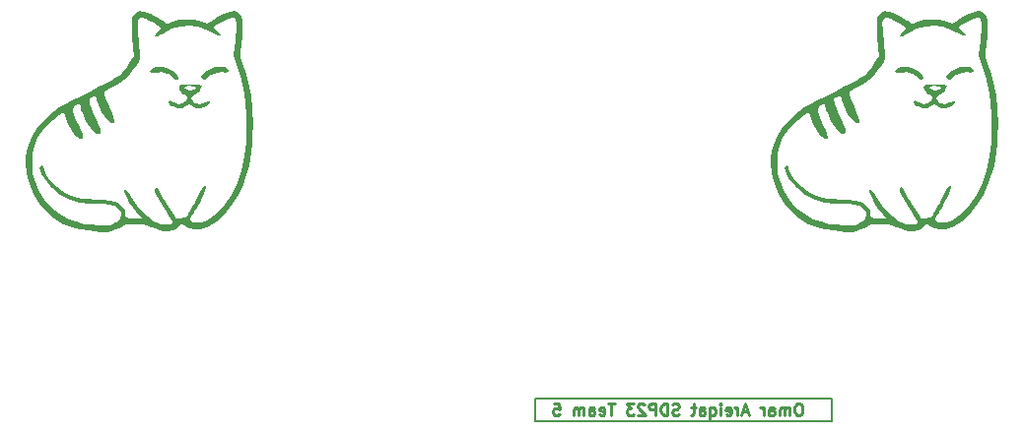
<source format=gbr>
%TF.GenerationSoftware,KiCad,Pcbnew,(6.0.9)*%
%TF.CreationDate,2022-12-14T14:47:06-05:00*%
%TF.ProjectId,Coaster_PCB_CDR,436f6173-7465-4725-9f50-43425f434452,rev?*%
%TF.SameCoordinates,Original*%
%TF.FileFunction,Legend,Bot*%
%TF.FilePolarity,Positive*%
%FSLAX46Y46*%
G04 Gerber Fmt 4.6, Leading zero omitted, Abs format (unit mm)*
G04 Created by KiCad (PCBNEW (6.0.9)) date 2022-12-14 14:47:06*
%MOMM*%
%LPD*%
G01*
G04 APERTURE LIST*
%ADD10C,0.200000*%
%ADD11C,0.250000*%
G04 APERTURE END LIST*
D10*
X153000000Y-155500000D02*
X127500000Y-155500000D01*
X127500000Y-155500000D02*
X127500000Y-153500000D01*
X127500000Y-153500000D02*
X153000000Y-153500000D01*
X153000000Y-153500000D02*
X153000000Y-155500000D01*
D11*
X150226190Y-153952380D02*
X150035714Y-153952380D01*
X149940476Y-154000000D01*
X149845238Y-154095238D01*
X149797619Y-154285714D01*
X149797619Y-154619047D01*
X149845238Y-154809523D01*
X149940476Y-154904761D01*
X150035714Y-154952380D01*
X150226190Y-154952380D01*
X150321428Y-154904761D01*
X150416666Y-154809523D01*
X150464285Y-154619047D01*
X150464285Y-154285714D01*
X150416666Y-154095238D01*
X150321428Y-154000000D01*
X150226190Y-153952380D01*
X149369047Y-154952380D02*
X149369047Y-154285714D01*
X149369047Y-154380952D02*
X149321428Y-154333333D01*
X149226190Y-154285714D01*
X149083333Y-154285714D01*
X148988095Y-154333333D01*
X148940476Y-154428571D01*
X148940476Y-154952380D01*
X148940476Y-154428571D02*
X148892857Y-154333333D01*
X148797619Y-154285714D01*
X148654761Y-154285714D01*
X148559523Y-154333333D01*
X148511904Y-154428571D01*
X148511904Y-154952380D01*
X147607142Y-154952380D02*
X147607142Y-154428571D01*
X147654761Y-154333333D01*
X147750000Y-154285714D01*
X147940476Y-154285714D01*
X148035714Y-154333333D01*
X147607142Y-154904761D02*
X147702380Y-154952380D01*
X147940476Y-154952380D01*
X148035714Y-154904761D01*
X148083333Y-154809523D01*
X148083333Y-154714285D01*
X148035714Y-154619047D01*
X147940476Y-154571428D01*
X147702380Y-154571428D01*
X147607142Y-154523809D01*
X147130952Y-154952380D02*
X147130952Y-154285714D01*
X147130952Y-154476190D02*
X147083333Y-154380952D01*
X147035714Y-154333333D01*
X146940476Y-154285714D01*
X146845238Y-154285714D01*
X145797619Y-154666666D02*
X145321428Y-154666666D01*
X145892857Y-154952380D02*
X145559523Y-153952380D01*
X145226190Y-154952380D01*
X144892857Y-154952380D02*
X144892857Y-154285714D01*
X144892857Y-154476190D02*
X144845238Y-154380952D01*
X144797619Y-154333333D01*
X144702380Y-154285714D01*
X144607142Y-154285714D01*
X143892857Y-154904761D02*
X143988095Y-154952380D01*
X144178571Y-154952380D01*
X144273809Y-154904761D01*
X144321428Y-154809523D01*
X144321428Y-154428571D01*
X144273809Y-154333333D01*
X144178571Y-154285714D01*
X143988095Y-154285714D01*
X143892857Y-154333333D01*
X143845238Y-154428571D01*
X143845238Y-154523809D01*
X144321428Y-154619047D01*
X143416666Y-154952380D02*
X143416666Y-154285714D01*
X143416666Y-153952380D02*
X143464285Y-154000000D01*
X143416666Y-154047619D01*
X143369047Y-154000000D01*
X143416666Y-153952380D01*
X143416666Y-154047619D01*
X142511904Y-154285714D02*
X142511904Y-155285714D01*
X142511904Y-154904761D02*
X142607142Y-154952380D01*
X142797619Y-154952380D01*
X142892857Y-154904761D01*
X142940476Y-154857142D01*
X142988095Y-154761904D01*
X142988095Y-154476190D01*
X142940476Y-154380952D01*
X142892857Y-154333333D01*
X142797619Y-154285714D01*
X142607142Y-154285714D01*
X142511904Y-154333333D01*
X141607142Y-154952380D02*
X141607142Y-154428571D01*
X141654761Y-154333333D01*
X141750000Y-154285714D01*
X141940476Y-154285714D01*
X142035714Y-154333333D01*
X141607142Y-154904761D02*
X141702380Y-154952380D01*
X141940476Y-154952380D01*
X142035714Y-154904761D01*
X142083333Y-154809523D01*
X142083333Y-154714285D01*
X142035714Y-154619047D01*
X141940476Y-154571428D01*
X141702380Y-154571428D01*
X141607142Y-154523809D01*
X141273809Y-154285714D02*
X140892857Y-154285714D01*
X141130952Y-153952380D02*
X141130952Y-154809523D01*
X141083333Y-154904761D01*
X140988095Y-154952380D01*
X140892857Y-154952380D01*
X139845238Y-154904761D02*
X139702380Y-154952380D01*
X139464285Y-154952380D01*
X139369047Y-154904761D01*
X139321428Y-154857142D01*
X139273809Y-154761904D01*
X139273809Y-154666666D01*
X139321428Y-154571428D01*
X139369047Y-154523809D01*
X139464285Y-154476190D01*
X139654761Y-154428571D01*
X139750000Y-154380952D01*
X139797619Y-154333333D01*
X139845238Y-154238095D01*
X139845238Y-154142857D01*
X139797619Y-154047619D01*
X139750000Y-154000000D01*
X139654761Y-153952380D01*
X139416666Y-153952380D01*
X139273809Y-154000000D01*
X138845238Y-154952380D02*
X138845238Y-153952380D01*
X138607142Y-153952380D01*
X138464285Y-154000000D01*
X138369047Y-154095238D01*
X138321428Y-154190476D01*
X138273809Y-154380952D01*
X138273809Y-154523809D01*
X138321428Y-154714285D01*
X138369047Y-154809523D01*
X138464285Y-154904761D01*
X138607142Y-154952380D01*
X138845238Y-154952380D01*
X137845238Y-154952380D02*
X137845238Y-153952380D01*
X137464285Y-153952380D01*
X137369047Y-154000000D01*
X137321428Y-154047619D01*
X137273809Y-154142857D01*
X137273809Y-154285714D01*
X137321428Y-154380952D01*
X137369047Y-154428571D01*
X137464285Y-154476190D01*
X137845238Y-154476190D01*
X136892857Y-154047619D02*
X136845238Y-154000000D01*
X136750000Y-153952380D01*
X136511904Y-153952380D01*
X136416666Y-154000000D01*
X136369047Y-154047619D01*
X136321428Y-154142857D01*
X136321428Y-154238095D01*
X136369047Y-154380952D01*
X136940476Y-154952380D01*
X136321428Y-154952380D01*
X135988095Y-153952380D02*
X135369047Y-153952380D01*
X135702380Y-154333333D01*
X135559523Y-154333333D01*
X135464285Y-154380952D01*
X135416666Y-154428571D01*
X135369047Y-154523809D01*
X135369047Y-154761904D01*
X135416666Y-154857142D01*
X135464285Y-154904761D01*
X135559523Y-154952380D01*
X135845238Y-154952380D01*
X135940476Y-154904761D01*
X135988095Y-154857142D01*
X134321428Y-153952380D02*
X133750000Y-153952380D01*
X134035714Y-154952380D02*
X134035714Y-153952380D01*
X133035714Y-154904761D02*
X133130952Y-154952380D01*
X133321428Y-154952380D01*
X133416666Y-154904761D01*
X133464285Y-154809523D01*
X133464285Y-154428571D01*
X133416666Y-154333333D01*
X133321428Y-154285714D01*
X133130952Y-154285714D01*
X133035714Y-154333333D01*
X132988095Y-154428571D01*
X132988095Y-154523809D01*
X133464285Y-154619047D01*
X132130952Y-154952380D02*
X132130952Y-154428571D01*
X132178571Y-154333333D01*
X132273809Y-154285714D01*
X132464285Y-154285714D01*
X132559523Y-154333333D01*
X132130952Y-154904761D02*
X132226190Y-154952380D01*
X132464285Y-154952380D01*
X132559523Y-154904761D01*
X132607142Y-154809523D01*
X132607142Y-154714285D01*
X132559523Y-154619047D01*
X132464285Y-154571428D01*
X132226190Y-154571428D01*
X132130952Y-154523809D01*
X131654761Y-154952380D02*
X131654761Y-154285714D01*
X131654761Y-154380952D02*
X131607142Y-154333333D01*
X131511904Y-154285714D01*
X131369047Y-154285714D01*
X131273809Y-154333333D01*
X131226190Y-154428571D01*
X131226190Y-154952380D01*
X131226190Y-154428571D02*
X131178571Y-154333333D01*
X131083333Y-154285714D01*
X130940476Y-154285714D01*
X130845238Y-154333333D01*
X130797619Y-154428571D01*
X130797619Y-154952380D01*
X129083333Y-153952380D02*
X129559523Y-153952380D01*
X129607142Y-154428571D01*
X129559523Y-154380952D01*
X129464285Y-154333333D01*
X129226190Y-154333333D01*
X129130952Y-154380952D01*
X129083333Y-154428571D01*
X129035714Y-154523809D01*
X129035714Y-154761904D01*
X129083333Y-154857142D01*
X129130952Y-154904761D01*
X129226190Y-154952380D01*
X129464285Y-154952380D01*
X129559523Y-154904761D01*
X129607142Y-154857142D01*
%TO.C,Qat*%
G36*
X159496088Y-124980018D02*
G01*
X159597181Y-125001120D01*
X159991295Y-125124774D01*
X160340019Y-125294775D01*
X160620014Y-125492055D01*
X160807940Y-125697547D01*
X160880456Y-125892180D01*
X160814222Y-126056889D01*
X160751694Y-126099227D01*
X160590073Y-126091195D01*
X160451747Y-125952247D01*
X160401368Y-125888501D01*
X160219169Y-125742881D01*
X159974980Y-125602096D01*
X159889627Y-125562158D01*
X159641123Y-125473824D01*
X159386111Y-125444857D01*
X159045074Y-125463395D01*
X158781701Y-125478462D01*
X158561731Y-125470896D01*
X158460255Y-125440187D01*
X158435558Y-125380735D01*
X158473961Y-125230469D01*
X158633832Y-125099886D01*
X158880555Y-125004364D01*
X159179512Y-124959282D01*
X159496088Y-124980018D01*
G37*
G36*
X167201011Y-131586402D02*
G01*
X167121999Y-132314299D01*
X167001525Y-133029672D01*
X166833840Y-133784910D01*
X166723211Y-134200282D01*
X166403350Y-135132686D01*
X166007580Y-135997363D01*
X165547533Y-136779811D01*
X165034840Y-137465528D01*
X164481134Y-138040011D01*
X163898045Y-138488758D01*
X163297208Y-138797266D01*
X162690252Y-138951033D01*
X162517802Y-138962961D01*
X162175585Y-138946316D01*
X161858650Y-138886748D01*
X161614903Y-138795021D01*
X161492248Y-138681896D01*
X161386501Y-138595442D01*
X161171532Y-138559333D01*
X161130457Y-138560048D01*
X160924845Y-138610717D01*
X160803354Y-138766723D01*
X160656298Y-138944033D01*
X160372108Y-139076422D01*
X159995079Y-139130388D01*
X159556250Y-139105246D01*
X159086663Y-139000313D01*
X158617358Y-138814904D01*
X158537933Y-138776179D01*
X158312697Y-138676172D01*
X158108050Y-138612713D01*
X157876521Y-138577572D01*
X157570640Y-138562521D01*
X157142935Y-138559333D01*
X157020506Y-138559467D01*
X156634585Y-138564244D01*
X156369946Y-138580582D01*
X156188329Y-138614846D01*
X156051478Y-138673402D01*
X155921134Y-138762615D01*
X155728570Y-138885432D01*
X155273504Y-139069621D01*
X154732333Y-139183223D01*
X154633923Y-139192738D01*
X154214317Y-139195133D01*
X153692950Y-139156995D01*
X153116301Y-139084879D01*
X152530847Y-138985337D01*
X151983065Y-138864924D01*
X151519434Y-138730192D01*
X150964773Y-138500957D01*
X150187624Y-138035910D01*
X149495783Y-137444404D01*
X148901609Y-136744495D01*
X148417464Y-135954239D01*
X148055708Y-135091692D01*
X147828701Y-134174912D01*
X147756186Y-133310000D01*
X148305775Y-133310000D01*
X148305991Y-133333710D01*
X148319652Y-133798989D01*
X148357095Y-134165990D01*
X148428630Y-134502304D01*
X148544566Y-134875521D01*
X148829905Y-135578094D01*
X149302831Y-136386763D01*
X149890387Y-137071317D01*
X150594656Y-137633681D01*
X151417722Y-138075777D01*
X152361667Y-138399528D01*
X152419245Y-138414265D01*
X152906071Y-138511031D01*
X153443795Y-138578193D01*
X153989251Y-138614006D01*
X154499271Y-138616726D01*
X154930688Y-138584607D01*
X155240333Y-138515904D01*
X155291985Y-138495616D01*
X155650152Y-138282700D01*
X155879300Y-138002333D01*
X155960000Y-137677157D01*
X155911517Y-137430432D01*
X155716999Y-137161034D01*
X155389277Y-136950168D01*
X154945095Y-136805009D01*
X154401197Y-136732732D01*
X153774328Y-136740512D01*
X153263600Y-136753631D01*
X152364079Y-136649742D01*
X151506365Y-136387197D01*
X150708384Y-135972290D01*
X149988061Y-135411312D01*
X149851390Y-135275891D01*
X149556290Y-134932500D01*
X149296995Y-134565613D01*
X149094818Y-134210703D01*
X148971074Y-133903244D01*
X148947075Y-133678711D01*
X148990612Y-133578767D01*
X149104088Y-133498763D01*
X149218902Y-133510988D01*
X149271333Y-133625835D01*
X149297499Y-133807293D01*
X149444954Y-134156660D01*
X149700597Y-134543129D01*
X150039479Y-134938791D01*
X150436649Y-135315737D01*
X150867159Y-135646061D01*
X151306058Y-135901853D01*
X151478873Y-135982213D01*
X151841984Y-136126818D01*
X152211649Y-136232282D01*
X152628531Y-136306763D01*
X153133294Y-136358418D01*
X153766601Y-136395402D01*
X154436498Y-136441308D01*
X154990769Y-136518545D01*
X155423595Y-136632041D01*
X155758508Y-136788037D01*
X156019042Y-136992775D01*
X156148194Y-137134572D01*
X156267165Y-137349280D01*
X156298667Y-137608025D01*
X156301787Y-137770914D01*
X156338509Y-137897651D01*
X156453484Y-137958381D01*
X156691484Y-137997492D01*
X156772091Y-138007700D01*
X157114660Y-138038807D01*
X157421934Y-138051333D01*
X157759566Y-138051333D01*
X157428364Y-137691500D01*
X157227693Y-137461378D01*
X156916886Y-137058189D01*
X156639817Y-136644962D01*
X156416783Y-136255298D01*
X156268078Y-135922797D01*
X156214000Y-135681061D01*
X156229972Y-135586414D01*
X156308586Y-135553837D01*
X156436096Y-135644870D01*
X156593695Y-135843934D01*
X156762579Y-136135454D01*
X156928541Y-136430888D01*
X157303831Y-136961860D01*
X157748320Y-137462236D01*
X158229190Y-137900278D01*
X158713623Y-138244249D01*
X159168801Y-138462411D01*
X159389491Y-138515589D01*
X159683228Y-138549723D01*
X159971743Y-138555400D01*
X160201266Y-138531873D01*
X160318030Y-138478393D01*
X160323837Y-138467134D01*
X160313588Y-138295906D01*
X160189698Y-138000327D01*
X159952033Y-137580122D01*
X159600457Y-137035021D01*
X159518963Y-136912868D01*
X159177409Y-136371912D01*
X158944834Y-135946601D01*
X158822854Y-135640175D01*
X158813085Y-135455877D01*
X158867635Y-135367649D01*
X158983067Y-135357423D01*
X159125434Y-135499389D01*
X159284685Y-135786500D01*
X159356514Y-135931394D01*
X159533953Y-136253882D01*
X159755508Y-136629033D01*
X159989391Y-137002022D01*
X160151741Y-137252697D01*
X160346187Y-137554236D01*
X160494804Y-137786238D01*
X160574333Y-137912503D01*
X160581905Y-137924386D01*
X160670527Y-137998476D01*
X160830084Y-138020201D01*
X161107680Y-137997026D01*
X161223275Y-137981610D01*
X161451234Y-137929508D01*
X161587788Y-137839120D01*
X161690185Y-137679211D01*
X161742667Y-137580371D01*
X161882640Y-137328507D01*
X162067215Y-137004591D01*
X162270509Y-136654333D01*
X162391785Y-136442772D01*
X162583091Y-136090314D01*
X162736500Y-135784724D01*
X162826846Y-135574833D01*
X162847784Y-135520935D01*
X162963135Y-135340634D01*
X163092433Y-135251995D01*
X163197794Y-135270088D01*
X163241333Y-135409978D01*
X163239241Y-135433815D01*
X163181609Y-135620602D01*
X163057334Y-135912063D01*
X162882957Y-136274872D01*
X162675023Y-136675701D01*
X162450074Y-137081225D01*
X162224653Y-137458118D01*
X162175505Y-137537400D01*
X161985891Y-137876705D01*
X161908663Y-138109782D01*
X161947408Y-138256838D01*
X162105711Y-138338085D01*
X162387159Y-138373732D01*
X162805877Y-138345923D01*
X163343208Y-138162606D01*
X163891058Y-137812796D01*
X164451531Y-137295393D01*
X164858759Y-136822410D01*
X165432264Y-135969505D01*
X165897943Y-135007417D01*
X166257530Y-133930528D01*
X166512757Y-132733224D01*
X166665357Y-131409888D01*
X166717065Y-129954905D01*
X166706310Y-129229956D01*
X166622295Y-127980969D01*
X166450504Y-126833342D01*
X166185591Y-125755790D01*
X165822211Y-124717026D01*
X165732262Y-124488670D01*
X165653925Y-124247568D01*
X165624230Y-124037693D01*
X165635845Y-123792896D01*
X165681437Y-123447026D01*
X165698443Y-123322157D01*
X165749938Y-122878998D01*
X165798013Y-122382136D01*
X165834102Y-121917394D01*
X165850376Y-121583434D01*
X165843769Y-121169746D01*
X165793325Y-120894730D01*
X165695193Y-120742082D01*
X165545521Y-120695494D01*
X165419649Y-120718518D01*
X165153746Y-120817950D01*
X164828123Y-120974923D01*
X164489354Y-121166391D01*
X164184009Y-121369303D01*
X163814352Y-121641295D01*
X164057009Y-121789260D01*
X164260562Y-121933427D01*
X164415036Y-122076944D01*
X164441037Y-122109511D01*
X164481370Y-122209834D01*
X164382654Y-122273360D01*
X164250100Y-122283560D01*
X164055618Y-122216110D01*
X163351621Y-121834790D01*
X162558271Y-121559688D01*
X161771737Y-121447566D01*
X161000893Y-121498670D01*
X160254617Y-121713244D01*
X159541783Y-122091533D01*
X159322549Y-122227867D01*
X159103684Y-122343536D01*
X158971966Y-122388000D01*
X158881840Y-122378213D01*
X158807716Y-122301888D01*
X158877330Y-122158484D01*
X159087899Y-121958318D01*
X159425179Y-121687272D01*
X159110756Y-121433517D01*
X159006393Y-121354047D01*
X158695316Y-121153559D01*
X158354235Y-120972171D01*
X158025503Y-120829137D01*
X157751475Y-120743711D01*
X157574505Y-120735147D01*
X157561086Y-120739785D01*
X157446106Y-120828879D01*
X157374326Y-121006116D01*
X157343465Y-121290927D01*
X157351242Y-121702745D01*
X157395376Y-122261000D01*
X157432187Y-122638985D01*
X157486222Y-123189954D01*
X157524911Y-123608816D01*
X157547071Y-123919025D01*
X157551517Y-124144039D01*
X157537065Y-124307310D01*
X157502531Y-124432295D01*
X157446732Y-124542448D01*
X157368482Y-124661225D01*
X157266599Y-124812080D01*
X157142674Y-124992784D01*
X156694447Y-125543822D01*
X156180638Y-126052879D01*
X155643218Y-126481208D01*
X155124154Y-126790062D01*
X154503280Y-127085791D01*
X154544244Y-127449223D01*
X154570229Y-127578868D01*
X154664262Y-127877817D01*
X154805980Y-128242662D01*
X154976271Y-128621540D01*
X155139380Y-128968806D01*
X155284257Y-129317113D01*
X155352759Y-129556935D01*
X155350436Y-129709548D01*
X155282841Y-129796226D01*
X155263143Y-129804982D01*
X155106843Y-129781370D01*
X154895520Y-129660968D01*
X154672327Y-129473271D01*
X154480421Y-129247776D01*
X154461961Y-129220546D01*
X154266830Y-128885781D01*
X154071531Y-128482041D01*
X153907486Y-128079244D01*
X153806117Y-127747310D01*
X153747033Y-127476287D01*
X153192519Y-127740717D01*
X153271023Y-128175858D01*
X153307664Y-128324122D01*
X153419833Y-128651474D01*
X153578211Y-129037535D01*
X153761029Y-129426736D01*
X153808213Y-129520922D01*
X154027130Y-129986152D01*
X154156634Y-130327272D01*
X154199832Y-130559078D01*
X154159831Y-130696371D01*
X154039739Y-130753948D01*
X153851048Y-130720861D01*
X153597420Y-130554331D01*
X153326316Y-130272673D01*
X153059779Y-129899310D01*
X152819852Y-129457667D01*
X152773916Y-129357660D01*
X152624926Y-129005803D01*
X152507502Y-128687971D01*
X152443818Y-128462833D01*
X152432140Y-128403207D01*
X152385478Y-128219377D01*
X152348040Y-128145333D01*
X152342941Y-128146024D01*
X152235275Y-128189458D01*
X152051066Y-128279711D01*
X151958910Y-128329946D01*
X151849522Y-128424845D01*
X151814843Y-128565276D01*
X151829469Y-128812292D01*
X151831600Y-128831807D01*
X151904707Y-129141485D01*
X152053586Y-129547293D01*
X152262866Y-130006867D01*
X152465101Y-130434739D01*
X152602410Y-130786091D01*
X152650930Y-131020989D01*
X152613164Y-131152410D01*
X152491613Y-131193333D01*
X152377492Y-131174233D01*
X152123314Y-131024613D01*
X151857250Y-130747033D01*
X151597494Y-130366257D01*
X151362240Y-129907047D01*
X151169685Y-129394167D01*
X151095781Y-129173358D01*
X151018700Y-128981616D01*
X150970371Y-128908147D01*
X150859617Y-128955958D01*
X150650968Y-129099770D01*
X150380128Y-129314182D01*
X150077106Y-129573446D01*
X149771912Y-129851810D01*
X149494555Y-130123525D01*
X149275046Y-130362840D01*
X149180416Y-130478677D01*
X148777151Y-131086952D01*
X148503564Y-131741504D01*
X148349743Y-132472474D01*
X148305775Y-133310000D01*
X147756186Y-133310000D01*
X147748804Y-133221955D01*
X147767067Y-132801507D01*
X147924227Y-131930300D01*
X148232342Y-131089499D01*
X148679309Y-130308126D01*
X149253025Y-129615201D01*
X149519709Y-129357586D01*
X149853705Y-129068943D01*
X150223652Y-128789054D01*
X150649543Y-128505453D01*
X151151376Y-128205675D01*
X151749147Y-127877255D01*
X152462851Y-127507728D01*
X153312485Y-127084629D01*
X153326791Y-127077600D01*
X154037561Y-126725204D01*
X154615382Y-126428746D01*
X155080716Y-126173557D01*
X155454029Y-125944968D01*
X155755786Y-125728311D01*
X156006450Y-125508916D01*
X156226487Y-125272115D01*
X156436360Y-125003239D01*
X156656535Y-124687618D01*
X157076014Y-124066237D01*
X156968261Y-123332952D01*
X156940937Y-123117269D01*
X156898348Y-122645396D01*
X156867863Y-122127031D01*
X156854754Y-121640736D01*
X156849000Y-120681805D01*
X157136492Y-120424417D01*
X157164335Y-120399681D01*
X157360836Y-120251575D01*
X157541366Y-120199914D01*
X157792135Y-120217490D01*
X157985214Y-120256899D01*
X158442578Y-120421023D01*
X158948472Y-120680225D01*
X159459495Y-121013778D01*
X159511612Y-121051717D01*
X159723465Y-121197750D01*
X159864470Y-121258542D01*
X159989727Y-121246941D01*
X160154333Y-121175795D01*
X160381704Y-121083592D01*
X160942845Y-120948031D01*
X161566036Y-120897448D01*
X162190269Y-120938941D01*
X162194947Y-120939639D01*
X162553124Y-121004163D01*
X162886213Y-121082682D01*
X163122667Y-121158358D01*
X163189070Y-121185724D01*
X163336885Y-121231247D01*
X163463599Y-121217216D01*
X163621078Y-121129191D01*
X163861189Y-120952729D01*
X164258993Y-120678437D01*
X164768483Y-120404468D01*
X165235295Y-120241092D01*
X165638046Y-120195240D01*
X165955357Y-120273843D01*
X166041964Y-120327146D01*
X166190626Y-120477457D01*
X166289946Y-120695489D01*
X166345570Y-121006114D01*
X166363146Y-121434204D01*
X166348319Y-122004628D01*
X166321695Y-122467211D01*
X166285279Y-122918945D01*
X166244016Y-123304900D01*
X166202708Y-123573333D01*
X166169808Y-123744881D01*
X166150455Y-123945627D01*
X166172718Y-124136475D01*
X166245000Y-124372588D01*
X166375701Y-124709129D01*
X166612120Y-125350088D01*
X166903897Y-126376424D01*
X167105156Y-127459564D01*
X167221271Y-128631276D01*
X167257616Y-129923333D01*
X167257133Y-129954905D01*
X167244311Y-130793596D01*
X167201011Y-131586402D01*
G37*
G36*
X164859918Y-125006678D02*
G01*
X165069827Y-125129698D01*
X165146333Y-125311500D01*
X165134883Y-125393025D01*
X165070602Y-125444758D01*
X164914787Y-125460144D01*
X164628907Y-125449456D01*
X164146359Y-125476028D01*
X163671887Y-125637843D01*
X163291711Y-125934990D01*
X163152734Y-126071888D01*
X163043732Y-126100618D01*
X162902667Y-126029495D01*
X162878113Y-126011183D01*
X162828403Y-125878858D01*
X162906312Y-125708377D01*
X163086163Y-125519168D01*
X163342281Y-125330657D01*
X163648989Y-125162272D01*
X163980609Y-125033439D01*
X164311465Y-124963587D01*
X164546018Y-124954698D01*
X164859918Y-125006678D01*
G37*
G36*
X162725325Y-127012425D02*
G01*
X162533196Y-127211027D01*
X162292491Y-127364602D01*
X162222149Y-127398974D01*
X162025426Y-127548502D01*
X161987100Y-127723542D01*
X162098439Y-127950457D01*
X162146771Y-128010734D01*
X162397868Y-128167648D01*
X162723471Y-128187544D01*
X163099905Y-128067651D01*
X163120135Y-128057869D01*
X163372286Y-127941956D01*
X163510332Y-127903057D01*
X163568245Y-127940051D01*
X163580000Y-128051819D01*
X163578498Y-128071573D01*
X163475457Y-128228992D01*
X163220167Y-128394989D01*
X162803240Y-128530001D01*
X162380032Y-128509334D01*
X161986451Y-128325431D01*
X161941266Y-128293394D01*
X161792615Y-128202955D01*
X161699196Y-128209555D01*
X161593946Y-128310675D01*
X161482272Y-128405392D01*
X161175621Y-128520258D01*
X160803521Y-128523244D01*
X160410693Y-128410574D01*
X160270170Y-128342952D01*
X160081450Y-128207296D01*
X160024000Y-128065427D01*
X160024081Y-128047443D01*
X160038368Y-127937239D01*
X160101014Y-127903965D01*
X160246044Y-127947891D01*
X160507481Y-128069290D01*
X160523520Y-128076970D01*
X160887925Y-128193126D01*
X161193841Y-128159556D01*
X161465487Y-127973846D01*
X161495160Y-127942842D01*
X161619706Y-127727822D01*
X161578478Y-127542531D01*
X161372641Y-127394237D01*
X161290618Y-127349840D01*
X161096687Y-127176682D01*
X160956558Y-126961222D01*
X160900658Y-126766329D01*
X161397080Y-126766329D01*
X161421708Y-126860876D01*
X161585007Y-126949648D01*
X161860773Y-126994318D01*
X162142754Y-126965709D01*
X162351626Y-126863589D01*
X162384201Y-126807185D01*
X162326020Y-126716487D01*
X162149396Y-126649844D01*
X161886667Y-126623926D01*
X161723391Y-126633415D01*
X161508667Y-126684889D01*
X161397080Y-126766329D01*
X160900658Y-126766329D01*
X160896675Y-126752441D01*
X160943481Y-126599319D01*
X160960193Y-126586971D01*
X161125224Y-126540252D01*
X161401729Y-126509090D01*
X161743043Y-126493653D01*
X162102499Y-126494111D01*
X162433432Y-126510630D01*
X162689176Y-126543381D01*
X162823064Y-126592531D01*
X162853418Y-126640853D01*
X162841399Y-126807185D01*
X162841270Y-126808974D01*
X162725325Y-127012425D01*
G37*
G36*
X95492878Y-124980018D02*
G01*
X95593971Y-125001120D01*
X95988085Y-125124774D01*
X96336809Y-125294775D01*
X96616804Y-125492055D01*
X96804730Y-125697547D01*
X96877246Y-125892180D01*
X96811012Y-126056889D01*
X96748484Y-126099227D01*
X96586863Y-126091195D01*
X96448537Y-125952247D01*
X96398158Y-125888501D01*
X96215959Y-125742881D01*
X95971770Y-125602096D01*
X95886417Y-125562158D01*
X95637913Y-125473824D01*
X95382901Y-125444857D01*
X95041864Y-125463395D01*
X94778491Y-125478462D01*
X94558521Y-125470896D01*
X94457045Y-125440187D01*
X94432348Y-125380735D01*
X94470751Y-125230469D01*
X94630622Y-125099886D01*
X94877345Y-125004364D01*
X95176302Y-124959282D01*
X95492878Y-124980018D01*
G37*
G36*
X100856708Y-125006678D02*
G01*
X101066617Y-125129698D01*
X101143123Y-125311500D01*
X101131673Y-125393025D01*
X101067392Y-125444758D01*
X100911577Y-125460144D01*
X100625697Y-125449456D01*
X100143149Y-125476028D01*
X99668677Y-125637843D01*
X99288501Y-125934990D01*
X99149524Y-126071888D01*
X99040522Y-126100618D01*
X98899457Y-126029495D01*
X98874903Y-126011183D01*
X98825193Y-125878858D01*
X98903102Y-125708377D01*
X99082953Y-125519168D01*
X99339071Y-125330657D01*
X99645779Y-125162272D01*
X99977399Y-125033439D01*
X100308255Y-124963587D01*
X100542808Y-124954698D01*
X100856708Y-125006678D01*
G37*
G36*
X103197801Y-131586402D02*
G01*
X103118789Y-132314299D01*
X102998315Y-133029672D01*
X102830630Y-133784910D01*
X102720001Y-134200282D01*
X102400140Y-135132686D01*
X102004370Y-135997363D01*
X101544323Y-136779811D01*
X101031630Y-137465528D01*
X100477924Y-138040011D01*
X99894835Y-138488758D01*
X99293998Y-138797266D01*
X98687042Y-138951033D01*
X98514592Y-138962961D01*
X98172375Y-138946316D01*
X97855440Y-138886748D01*
X97611693Y-138795021D01*
X97489038Y-138681896D01*
X97383291Y-138595442D01*
X97168322Y-138559333D01*
X97127247Y-138560048D01*
X96921635Y-138610717D01*
X96800144Y-138766723D01*
X96653088Y-138944033D01*
X96368898Y-139076422D01*
X95991869Y-139130388D01*
X95553040Y-139105246D01*
X95083453Y-139000313D01*
X94614148Y-138814904D01*
X94534723Y-138776179D01*
X94309487Y-138676172D01*
X94104840Y-138612713D01*
X93873311Y-138577572D01*
X93567430Y-138562521D01*
X93139725Y-138559333D01*
X93017296Y-138559467D01*
X92631375Y-138564244D01*
X92366736Y-138580582D01*
X92185119Y-138614846D01*
X92048268Y-138673402D01*
X91917924Y-138762615D01*
X91725360Y-138885432D01*
X91270294Y-139069621D01*
X90729123Y-139183223D01*
X90630713Y-139192738D01*
X90211107Y-139195133D01*
X89689740Y-139156995D01*
X89113091Y-139084879D01*
X88527637Y-138985337D01*
X87979855Y-138864924D01*
X87516224Y-138730192D01*
X86961563Y-138500957D01*
X86184414Y-138035910D01*
X85492573Y-137444404D01*
X84898399Y-136744495D01*
X84414254Y-135954239D01*
X84052498Y-135091692D01*
X83825491Y-134174912D01*
X83752976Y-133310000D01*
X84302565Y-133310000D01*
X84302781Y-133333710D01*
X84316442Y-133798989D01*
X84353885Y-134165990D01*
X84425420Y-134502304D01*
X84541356Y-134875521D01*
X84826695Y-135578094D01*
X85299621Y-136386763D01*
X85887177Y-137071317D01*
X86591446Y-137633681D01*
X87414512Y-138075777D01*
X88358457Y-138399528D01*
X88416035Y-138414265D01*
X88902861Y-138511031D01*
X89440585Y-138578193D01*
X89986041Y-138614006D01*
X90496061Y-138616726D01*
X90927478Y-138584607D01*
X91237123Y-138515904D01*
X91288775Y-138495616D01*
X91646942Y-138282700D01*
X91876090Y-138002333D01*
X91956790Y-137677157D01*
X91908307Y-137430432D01*
X91713789Y-137161034D01*
X91386067Y-136950168D01*
X90941885Y-136805009D01*
X90397987Y-136732732D01*
X89771118Y-136740512D01*
X89260390Y-136753631D01*
X88360869Y-136649742D01*
X87503155Y-136387197D01*
X86705174Y-135972290D01*
X85984851Y-135411312D01*
X85848180Y-135275891D01*
X85553080Y-134932500D01*
X85293785Y-134565613D01*
X85091608Y-134210703D01*
X84967864Y-133903244D01*
X84943865Y-133678711D01*
X84987402Y-133578767D01*
X85100878Y-133498763D01*
X85215692Y-133510988D01*
X85268123Y-133625835D01*
X85294289Y-133807293D01*
X85441744Y-134156660D01*
X85697387Y-134543129D01*
X86036269Y-134938791D01*
X86433439Y-135315737D01*
X86863949Y-135646061D01*
X87302848Y-135901853D01*
X87475663Y-135982213D01*
X87838774Y-136126818D01*
X88208439Y-136232282D01*
X88625321Y-136306763D01*
X89130084Y-136358418D01*
X89763391Y-136395402D01*
X90433288Y-136441308D01*
X90987559Y-136518545D01*
X91420385Y-136632041D01*
X91755298Y-136788037D01*
X92015832Y-136992775D01*
X92144984Y-137134572D01*
X92263955Y-137349280D01*
X92295457Y-137608025D01*
X92298577Y-137770914D01*
X92335299Y-137897651D01*
X92450274Y-137958381D01*
X92688274Y-137997492D01*
X92768881Y-138007700D01*
X93111450Y-138038807D01*
X93418724Y-138051333D01*
X93756356Y-138051333D01*
X93425154Y-137691500D01*
X93224483Y-137461378D01*
X92913676Y-137058189D01*
X92636607Y-136644962D01*
X92413573Y-136255298D01*
X92264868Y-135922797D01*
X92210790Y-135681061D01*
X92226762Y-135586414D01*
X92305376Y-135553837D01*
X92432886Y-135644870D01*
X92590485Y-135843934D01*
X92759369Y-136135454D01*
X92925331Y-136430888D01*
X93300621Y-136961860D01*
X93745110Y-137462236D01*
X94225980Y-137900278D01*
X94710413Y-138244249D01*
X95165591Y-138462411D01*
X95386281Y-138515589D01*
X95680018Y-138549723D01*
X95968533Y-138555400D01*
X96198056Y-138531873D01*
X96314820Y-138478393D01*
X96320627Y-138467134D01*
X96310378Y-138295906D01*
X96186488Y-138000327D01*
X95948823Y-137580122D01*
X95597247Y-137035021D01*
X95515753Y-136912868D01*
X95174199Y-136371912D01*
X94941624Y-135946601D01*
X94819644Y-135640175D01*
X94809875Y-135455877D01*
X94864425Y-135367649D01*
X94979857Y-135357423D01*
X95122224Y-135499389D01*
X95281475Y-135786500D01*
X95353304Y-135931394D01*
X95530743Y-136253882D01*
X95752298Y-136629033D01*
X95986181Y-137002022D01*
X96148531Y-137252697D01*
X96342977Y-137554236D01*
X96491594Y-137786238D01*
X96571123Y-137912503D01*
X96578695Y-137924386D01*
X96667317Y-137998476D01*
X96826874Y-138020201D01*
X97104470Y-137997026D01*
X97220065Y-137981610D01*
X97448024Y-137929508D01*
X97584578Y-137839120D01*
X97686975Y-137679211D01*
X97739457Y-137580371D01*
X97879430Y-137328507D01*
X98064005Y-137004591D01*
X98267299Y-136654333D01*
X98388575Y-136442772D01*
X98579881Y-136090314D01*
X98733290Y-135784724D01*
X98823636Y-135574833D01*
X98844574Y-135520935D01*
X98959925Y-135340634D01*
X99089223Y-135251995D01*
X99194584Y-135270088D01*
X99238123Y-135409978D01*
X99236031Y-135433815D01*
X99178399Y-135620602D01*
X99054124Y-135912063D01*
X98879747Y-136274872D01*
X98671813Y-136675701D01*
X98446864Y-137081225D01*
X98221443Y-137458118D01*
X98172295Y-137537400D01*
X97982681Y-137876705D01*
X97905453Y-138109782D01*
X97944198Y-138256838D01*
X98102501Y-138338085D01*
X98383949Y-138373732D01*
X98802667Y-138345923D01*
X99339998Y-138162606D01*
X99887848Y-137812796D01*
X100448321Y-137295393D01*
X100855549Y-136822410D01*
X101429054Y-135969505D01*
X101894733Y-135007417D01*
X102254320Y-133930528D01*
X102509547Y-132733224D01*
X102662147Y-131409888D01*
X102713855Y-129954905D01*
X102703100Y-129229956D01*
X102619085Y-127980969D01*
X102447294Y-126833342D01*
X102182381Y-125755790D01*
X101819001Y-124717026D01*
X101729052Y-124488670D01*
X101650715Y-124247568D01*
X101621020Y-124037693D01*
X101632635Y-123792896D01*
X101678227Y-123447026D01*
X101695233Y-123322157D01*
X101746728Y-122878998D01*
X101794803Y-122382136D01*
X101830892Y-121917394D01*
X101847166Y-121583434D01*
X101840559Y-121169746D01*
X101790115Y-120894730D01*
X101691983Y-120742082D01*
X101542311Y-120695494D01*
X101416439Y-120718518D01*
X101150536Y-120817950D01*
X100824913Y-120974923D01*
X100486144Y-121166391D01*
X100180799Y-121369303D01*
X99811142Y-121641295D01*
X100053799Y-121789260D01*
X100257352Y-121933427D01*
X100411826Y-122076944D01*
X100437827Y-122109511D01*
X100478160Y-122209834D01*
X100379444Y-122273360D01*
X100246890Y-122283560D01*
X100052408Y-122216110D01*
X99348411Y-121834790D01*
X98555061Y-121559688D01*
X97768527Y-121447566D01*
X96997683Y-121498670D01*
X96251407Y-121713244D01*
X95538573Y-122091533D01*
X95319339Y-122227867D01*
X95100474Y-122343536D01*
X94968756Y-122388000D01*
X94878630Y-122378213D01*
X94804506Y-122301888D01*
X94874120Y-122158484D01*
X95084689Y-121958318D01*
X95421969Y-121687272D01*
X95107546Y-121433517D01*
X95003183Y-121354047D01*
X94692106Y-121153559D01*
X94351025Y-120972171D01*
X94022293Y-120829137D01*
X93748265Y-120743711D01*
X93571295Y-120735147D01*
X93557876Y-120739785D01*
X93442896Y-120828879D01*
X93371116Y-121006116D01*
X93340255Y-121290927D01*
X93348032Y-121702745D01*
X93392166Y-122261000D01*
X93428977Y-122638985D01*
X93483012Y-123189954D01*
X93521701Y-123608816D01*
X93543861Y-123919025D01*
X93548307Y-124144039D01*
X93533855Y-124307310D01*
X93499321Y-124432295D01*
X93443522Y-124542448D01*
X93365272Y-124661225D01*
X93263389Y-124812080D01*
X93139464Y-124992784D01*
X92691237Y-125543822D01*
X92177428Y-126052879D01*
X91640008Y-126481208D01*
X91120944Y-126790062D01*
X90500070Y-127085791D01*
X90541034Y-127449223D01*
X90567019Y-127578868D01*
X90661052Y-127877817D01*
X90802770Y-128242662D01*
X90973061Y-128621540D01*
X91136170Y-128968806D01*
X91281047Y-129317113D01*
X91349549Y-129556935D01*
X91347226Y-129709548D01*
X91279631Y-129796226D01*
X91259933Y-129804982D01*
X91103633Y-129781370D01*
X90892310Y-129660968D01*
X90669117Y-129473271D01*
X90477211Y-129247776D01*
X90458751Y-129220546D01*
X90263620Y-128885781D01*
X90068321Y-128482041D01*
X89904276Y-128079244D01*
X89802907Y-127747310D01*
X89743823Y-127476287D01*
X89189309Y-127740717D01*
X89267813Y-128175858D01*
X89304454Y-128324122D01*
X89416623Y-128651474D01*
X89575001Y-129037535D01*
X89757819Y-129426736D01*
X89805003Y-129520922D01*
X90023920Y-129986152D01*
X90153424Y-130327272D01*
X90196622Y-130559078D01*
X90156621Y-130696371D01*
X90036529Y-130753948D01*
X89847838Y-130720861D01*
X89594210Y-130554331D01*
X89323106Y-130272673D01*
X89056569Y-129899310D01*
X88816642Y-129457667D01*
X88770706Y-129357660D01*
X88621716Y-129005803D01*
X88504292Y-128687971D01*
X88440608Y-128462833D01*
X88428930Y-128403207D01*
X88382268Y-128219377D01*
X88344830Y-128145333D01*
X88339731Y-128146024D01*
X88232065Y-128189458D01*
X88047856Y-128279711D01*
X87955700Y-128329946D01*
X87846312Y-128424845D01*
X87811633Y-128565276D01*
X87826259Y-128812292D01*
X87828390Y-128831807D01*
X87901497Y-129141485D01*
X88050376Y-129547293D01*
X88259656Y-130006867D01*
X88461891Y-130434739D01*
X88599200Y-130786091D01*
X88647720Y-131020989D01*
X88609954Y-131152410D01*
X88488403Y-131193333D01*
X88374282Y-131174233D01*
X88120104Y-131024613D01*
X87854040Y-130747033D01*
X87594284Y-130366257D01*
X87359030Y-129907047D01*
X87166475Y-129394167D01*
X87092571Y-129173358D01*
X87015490Y-128981616D01*
X86967161Y-128908147D01*
X86856407Y-128955958D01*
X86647758Y-129099770D01*
X86376918Y-129314182D01*
X86073896Y-129573446D01*
X85768702Y-129851810D01*
X85491345Y-130123525D01*
X85271836Y-130362840D01*
X85177206Y-130478677D01*
X84773941Y-131086952D01*
X84500354Y-131741504D01*
X84346533Y-132472474D01*
X84302565Y-133310000D01*
X83752976Y-133310000D01*
X83745594Y-133221955D01*
X83763857Y-132801507D01*
X83921017Y-131930300D01*
X84229132Y-131089499D01*
X84676099Y-130308126D01*
X85249815Y-129615201D01*
X85516499Y-129357586D01*
X85850495Y-129068943D01*
X86220442Y-128789054D01*
X86646333Y-128505453D01*
X87148166Y-128205675D01*
X87745937Y-127877255D01*
X88459641Y-127507728D01*
X89309275Y-127084629D01*
X89323581Y-127077600D01*
X90034351Y-126725204D01*
X90612172Y-126428746D01*
X91077506Y-126173557D01*
X91450819Y-125944968D01*
X91752576Y-125728311D01*
X92003240Y-125508916D01*
X92223277Y-125272115D01*
X92433150Y-125003239D01*
X92653325Y-124687618D01*
X93072804Y-124066237D01*
X92965051Y-123332952D01*
X92937727Y-123117269D01*
X92895138Y-122645396D01*
X92864653Y-122127031D01*
X92851544Y-121640736D01*
X92845790Y-120681805D01*
X93133282Y-120424417D01*
X93161125Y-120399681D01*
X93357626Y-120251575D01*
X93538156Y-120199914D01*
X93788925Y-120217490D01*
X93982004Y-120256899D01*
X94439368Y-120421023D01*
X94945262Y-120680225D01*
X95456285Y-121013778D01*
X95508402Y-121051717D01*
X95720255Y-121197750D01*
X95861260Y-121258542D01*
X95986517Y-121246941D01*
X96151123Y-121175795D01*
X96378494Y-121083592D01*
X96939635Y-120948031D01*
X97562826Y-120897448D01*
X98187059Y-120938941D01*
X98191737Y-120939639D01*
X98549914Y-121004163D01*
X98883003Y-121082682D01*
X99119457Y-121158358D01*
X99185860Y-121185724D01*
X99333675Y-121231247D01*
X99460389Y-121217216D01*
X99617868Y-121129191D01*
X99857979Y-120952729D01*
X100255783Y-120678437D01*
X100765273Y-120404468D01*
X101232085Y-120241092D01*
X101634836Y-120195240D01*
X101952147Y-120273843D01*
X102038754Y-120327146D01*
X102187416Y-120477457D01*
X102286736Y-120695489D01*
X102342360Y-121006114D01*
X102359936Y-121434204D01*
X102345109Y-122004628D01*
X102318485Y-122467211D01*
X102282069Y-122918945D01*
X102240806Y-123304900D01*
X102199498Y-123573333D01*
X102166598Y-123744881D01*
X102147245Y-123945627D01*
X102169508Y-124136475D01*
X102241790Y-124372588D01*
X102372491Y-124709129D01*
X102608910Y-125350088D01*
X102900687Y-126376424D01*
X103101946Y-127459564D01*
X103218061Y-128631276D01*
X103254406Y-129923333D01*
X103253923Y-129954905D01*
X103241101Y-130793596D01*
X103197801Y-131586402D01*
G37*
G36*
X98722115Y-127012425D02*
G01*
X98529986Y-127211027D01*
X98289281Y-127364602D01*
X98218939Y-127398974D01*
X98022216Y-127548502D01*
X97983890Y-127723542D01*
X98095229Y-127950457D01*
X98143561Y-128010734D01*
X98394658Y-128167648D01*
X98720261Y-128187544D01*
X99096695Y-128067651D01*
X99116925Y-128057869D01*
X99369076Y-127941956D01*
X99507122Y-127903057D01*
X99565035Y-127940051D01*
X99576790Y-128051819D01*
X99575288Y-128071573D01*
X99472247Y-128228992D01*
X99216957Y-128394989D01*
X98800030Y-128530001D01*
X98376822Y-128509334D01*
X97983241Y-128325431D01*
X97938056Y-128293394D01*
X97789405Y-128202955D01*
X97695986Y-128209555D01*
X97590736Y-128310675D01*
X97479062Y-128405392D01*
X97172411Y-128520258D01*
X96800311Y-128523244D01*
X96407483Y-128410574D01*
X96266960Y-128342952D01*
X96078240Y-128207296D01*
X96020790Y-128065427D01*
X96020871Y-128047443D01*
X96035158Y-127937239D01*
X96097804Y-127903965D01*
X96242834Y-127947891D01*
X96504271Y-128069290D01*
X96520310Y-128076970D01*
X96884715Y-128193126D01*
X97190631Y-128159556D01*
X97462277Y-127973846D01*
X97491950Y-127942842D01*
X97616496Y-127727822D01*
X97575268Y-127542531D01*
X97369431Y-127394237D01*
X97287408Y-127349840D01*
X97093477Y-127176682D01*
X96953348Y-126961222D01*
X96897448Y-126766329D01*
X97393870Y-126766329D01*
X97418498Y-126860876D01*
X97581797Y-126949648D01*
X97857563Y-126994318D01*
X98139544Y-126965709D01*
X98348416Y-126863589D01*
X98380991Y-126807185D01*
X98322810Y-126716487D01*
X98146186Y-126649844D01*
X97883457Y-126623926D01*
X97720181Y-126633415D01*
X97505457Y-126684889D01*
X97393870Y-126766329D01*
X96897448Y-126766329D01*
X96893465Y-126752441D01*
X96940271Y-126599319D01*
X96956983Y-126586971D01*
X97122014Y-126540252D01*
X97398519Y-126509090D01*
X97739833Y-126493653D01*
X98099289Y-126494111D01*
X98430222Y-126510630D01*
X98685966Y-126543381D01*
X98819854Y-126592531D01*
X98850208Y-126640853D01*
X98838189Y-126807185D01*
X98838060Y-126808974D01*
X98722115Y-127012425D01*
G37*
%TD*%
M02*

</source>
